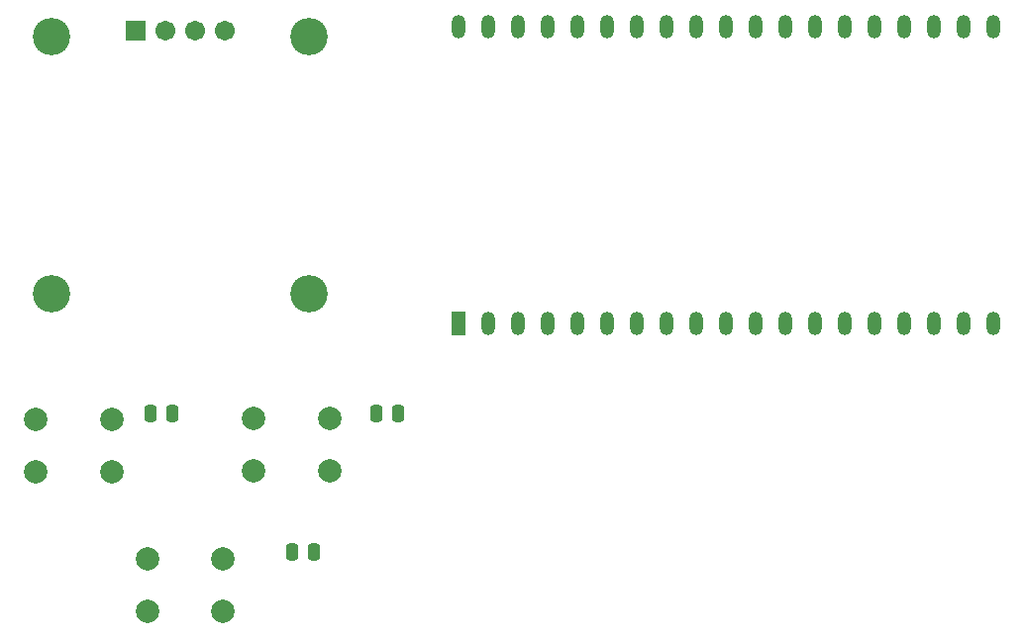
<source format=gbr>
%TF.GenerationSoftware,KiCad,Pcbnew,9.0.2*%
%TF.CreationDate,2025-06-10T13:13:09+07:00*%
%TF.ProjectId,WiFi_Frauder_DEV,57694669-5f46-4726-9175-6465725f4445,1*%
%TF.SameCoordinates,Original*%
%TF.FileFunction,Soldermask,Top*%
%TF.FilePolarity,Negative*%
%FSLAX46Y46*%
G04 Gerber Fmt 4.6, Leading zero omitted, Abs format (unit mm)*
G04 Created by KiCad (PCBNEW 9.0.2) date 2025-06-10 13:13:09*
%MOMM*%
%LPD*%
G01*
G04 APERTURE LIST*
G04 Aperture macros list*
%AMRoundRect*
0 Rectangle with rounded corners*
0 $1 Rounding radius*
0 $2 $3 $4 $5 $6 $7 $8 $9 X,Y pos of 4 corners*
0 Add a 4 corners polygon primitive as box body*
4,1,4,$2,$3,$4,$5,$6,$7,$8,$9,$2,$3,0*
0 Add four circle primitives for the rounded corners*
1,1,$1+$1,$2,$3*
1,1,$1+$1,$4,$5*
1,1,$1+$1,$6,$7*
1,1,$1+$1,$8,$9*
0 Add four rect primitives between the rounded corners*
20,1,$1+$1,$2,$3,$4,$5,0*
20,1,$1+$1,$4,$5,$6,$7,0*
20,1,$1+$1,$6,$7,$8,$9,0*
20,1,$1+$1,$8,$9,$2,$3,0*%
G04 Aperture macros list end*
%ADD10RoundRect,0.250000X0.250000X0.475000X-0.250000X0.475000X-0.250000X-0.475000X0.250000X-0.475000X0*%
%ADD11RoundRect,0.102000X-0.754000X-0.754000X0.754000X-0.754000X0.754000X0.754000X-0.754000X0.754000X0*%
%ADD12C,1.712000*%
%ADD13C,3.204000*%
%ADD14C,2.000000*%
%ADD15R,1.200000X2.000000*%
%ADD16O,1.200000X2.000000*%
G04 APERTURE END LIST*
D10*
%TO.C,R2*%
X155100000Y-102400000D03*
X153200000Y-102400000D03*
%TD*%
D11*
%TO.C,U2*%
X132690000Y-69700000D03*
D12*
X135230000Y-69700000D03*
X137770000Y-69700000D03*
X140310000Y-69700000D03*
D13*
X125500000Y-70200000D03*
X147500000Y-70200000D03*
X147500000Y-92200000D03*
X125500000Y-92200000D03*
%TD*%
D14*
%TO.C,SW2*%
X142750000Y-102850000D03*
X149250000Y-102850000D03*
X142750000Y-107350000D03*
X149250000Y-107350000D03*
%TD*%
%TO.C,SW3*%
X133650000Y-114850000D03*
X140150000Y-114850000D03*
X133650000Y-119350000D03*
X140150000Y-119350000D03*
%TD*%
D15*
%TO.C,U1*%
X160240000Y-94700000D03*
D16*
X162780000Y-94700000D03*
X165320000Y-94700000D03*
X167860000Y-94700000D03*
X170400000Y-94700000D03*
X172940000Y-94700000D03*
X175480000Y-94700000D03*
X178020000Y-94700000D03*
X180560000Y-94700000D03*
X183100000Y-94700000D03*
X185640000Y-94700000D03*
X188180000Y-94700000D03*
X190720000Y-94700000D03*
X193260000Y-94700000D03*
X195800000Y-94700000D03*
X198340000Y-94700000D03*
X200880000Y-94700000D03*
X203420000Y-94700000D03*
X205960000Y-94700000D03*
X205957280Y-69303680D03*
X203417280Y-69303680D03*
X200880000Y-69300000D03*
X198340000Y-69300000D03*
X195800000Y-69300000D03*
X193260000Y-69300000D03*
X190720000Y-69300000D03*
X188180000Y-69300000D03*
X185640000Y-69300000D03*
X183100000Y-69300000D03*
X180560000Y-69300000D03*
X178020000Y-69300000D03*
X175480000Y-69300000D03*
X172940000Y-69300000D03*
X170400000Y-69300000D03*
X167860000Y-69300000D03*
X165320000Y-69300000D03*
X162780000Y-69300000D03*
X160240000Y-69300000D03*
%TD*%
D14*
%TO.C,SW1*%
X124150000Y-102950000D03*
X130650000Y-102950000D03*
X124150000Y-107450000D03*
X130650000Y-107450000D03*
%TD*%
D10*
%TO.C,R1*%
X135800000Y-102400000D03*
X133900000Y-102400000D03*
%TD*%
%TO.C,R3*%
X147900000Y-114300000D03*
X146000000Y-114300000D03*
%TD*%
M02*

</source>
